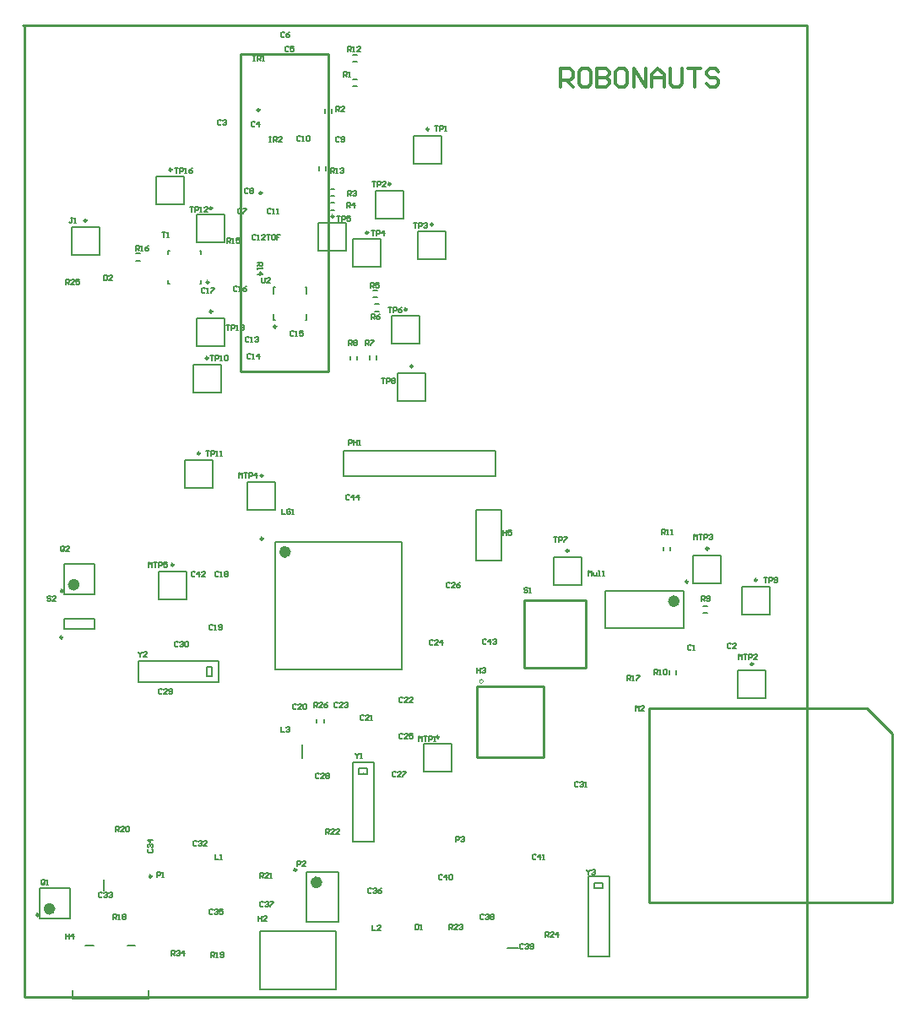
<source format=gto>
G04 Layer_Color=65535*
%FSLAX25Y25*%
%MOIN*%
G70*
G01*
G75*
%ADD48C,0.01000*%
%ADD49C,0.01200*%
%ADD60C,0.02362*%
%ADD61C,0.00984*%
%ADD62C,0.00200*%
%ADD63C,0.00787*%
%ADD64C,0.00500*%
D48*
X93900Y317600D02*
G03*
X93900Y317600I-500J0D01*
G01*
X93100Y350400D02*
G03*
X93100Y350400I-500J0D01*
G01*
X85600Y247000D02*
Y372600D01*
Y247000D02*
X120100D01*
Y372600D01*
X85600D02*
X120100D01*
X246826Y114100D02*
X332726D01*
X246826Y37600D02*
Y114100D01*
Y37600D02*
X342826D01*
Y104000D01*
X332726Y114100D02*
X342826Y104000D01*
X178888Y94717D02*
X205085D01*
X178888Y122902D02*
X205085D01*
Y94717D02*
Y122902D01*
X178888Y94717D02*
Y122902D01*
X197421Y130200D02*
X221920D01*
X197421D02*
Y156700D01*
X221920D01*
Y130200D02*
Y156700D01*
X0Y0D02*
Y383400D01*
X-400Y383800D02*
X0Y383400D01*
X-400Y383800D02*
X309100D01*
X309300Y383600D01*
Y0D02*
Y383600D01*
X0Y0D02*
X309300D01*
D49*
X211900Y359600D02*
Y366798D01*
X215499D01*
X216699Y365598D01*
Y363199D01*
X215499Y361999D01*
X211900D01*
X214299D02*
X216699Y359600D01*
X222696Y366798D02*
X220297D01*
X219098Y365598D01*
Y360800D01*
X220297Y359600D01*
X222696D01*
X223896Y360800D01*
Y365598D01*
X222696Y366798D01*
X226295D02*
Y359600D01*
X229894D01*
X231094Y360800D01*
Y361999D01*
X229894Y363199D01*
X226295D01*
X229894D01*
X231094Y364399D01*
Y365598D01*
X229894Y366798D01*
X226295D01*
X237092D02*
X234693D01*
X233493Y365598D01*
Y360800D01*
X234693Y359600D01*
X237092D01*
X238292Y360800D01*
Y365598D01*
X237092Y366798D01*
X240691Y359600D02*
Y366798D01*
X245489Y359600D01*
Y366798D01*
X247888Y359600D02*
Y364399D01*
X250288Y366798D01*
X252687Y364399D01*
Y359600D01*
Y363199D01*
X247888D01*
X255086Y366798D02*
Y360800D01*
X256286Y359600D01*
X258685D01*
X259885Y360800D01*
Y366798D01*
X262284D02*
X267082D01*
X264683D01*
Y359600D01*
X274280Y365598D02*
X273080Y366798D01*
X270681D01*
X269481Y365598D01*
Y364399D01*
X270681Y363199D01*
X273080D01*
X274280Y361999D01*
Y360800D01*
X273080Y359600D01*
X270681D01*
X269481Y360800D01*
D60*
X11216Y34935D02*
G03*
X11216Y34935I-1181J0D01*
G01*
X20816Y162935D02*
G03*
X20816Y162935I-1181J0D01*
G01*
X116619Y45406D02*
G03*
X116619Y45406I-1181J0D01*
G01*
X257795Y156447D02*
G03*
X257795Y156447I-1181J0D01*
G01*
X104220Y175861D02*
G03*
X104220Y175861I-1181J0D01*
G01*
D61*
X5787Y32523D02*
G03*
X5787Y32523I-492J0D01*
G01*
X135892Y301971D02*
G03*
X135892Y301971I-492J0D01*
G01*
X99587Y264845D02*
G03*
X99587Y264845I-492J0D01*
G01*
X58292Y326771D02*
G03*
X58292Y326771I-492J0D01*
G01*
X74292Y270771D02*
G03*
X74292Y270771I-492J0D01*
G01*
Y311571D02*
G03*
X74292Y311571I-492J0D01*
G01*
X69492Y214771D02*
G03*
X69492Y214771I-492J0D01*
G01*
X72692Y252371D02*
G03*
X72692Y252371I-492J0D01*
G01*
X289492Y164771D02*
G03*
X289492Y164771I-492J0D01*
G01*
X153492Y249171D02*
G03*
X153492Y249171I-492J0D01*
G01*
X215092Y176371D02*
G03*
X215092Y176371I-492J0D01*
G01*
X151092Y271571D02*
G03*
X151092Y271571I-492J0D01*
G01*
X122292Y308371D02*
G03*
X122292Y308371I-492J0D01*
G01*
X161492Y305171D02*
G03*
X161492Y305171I-492J0D01*
G01*
X144692Y321171D02*
G03*
X144692Y321171I-492J0D01*
G01*
X159892Y342771D02*
G03*
X159892Y342771I-492J0D01*
G01*
X72947Y282395D02*
G03*
X72947Y282395I-492J0D01*
G01*
X15205Y142087D02*
G03*
X15205Y142087I-492J0D01*
G01*
X15387Y160523D02*
G03*
X15387Y160523I-492J0D01*
G01*
X107564Y50346D02*
G03*
X107564Y50346I-492J0D01*
G01*
X50418Y47743D02*
G03*
X50418Y47743I-492J0D01*
G01*
X262224Y164124D02*
G03*
X262224Y164124I-492J0D01*
G01*
X94292Y205971D02*
G03*
X94292Y205971I-492J0D01*
G01*
X59092Y170771D02*
G03*
X59092Y170771I-492J0D01*
G01*
X270292Y177171D02*
G03*
X270292Y177171I-492J0D01*
G01*
X287892Y131571D02*
G03*
X287892Y131571I-492J0D01*
G01*
X163892Y102771D02*
G03*
X163892Y102771I-492J0D01*
G01*
X94377Y181078D02*
G03*
X94377Y181078I-492J0D01*
G01*
X24692Y306671D02*
G03*
X24692Y306671I-492J0D01*
G01*
D62*
X181312Y124760D02*
G03*
X181312Y124760I-742J0D01*
G01*
D63*
X18302Y30998D02*
Y43202D01*
X6098Y30998D02*
Y43202D01*
X18302D01*
X6098Y30998D02*
X18302D01*
X129888Y288388D02*
Y299412D01*
X129888Y288388D02*
X140912D01*
Y299412D01*
X129888Y299412D02*
X140912D01*
X186000Y205700D02*
Y215700D01*
X126000Y205700D02*
Y215700D01*
X186000D01*
X126000Y205700D02*
X186000D01*
X131478Y251713D02*
Y253287D01*
X128722Y251713D02*
Y253287D01*
X139178Y251913D02*
Y253487D01*
X136422Y251913D02*
Y253487D01*
X138613Y270922D02*
X140187D01*
X138613Y273678D02*
X140187D01*
X137813Y276522D02*
X139387D01*
X137813Y279278D02*
X139387D01*
X121013Y310922D02*
X122587D01*
X121013Y313678D02*
X122587D01*
X121013Y316522D02*
X122587D01*
X121013Y319278D02*
X122587D01*
X118822Y349113D02*
Y350687D01*
X121578Y349113D02*
Y350687D01*
X98504Y267404D02*
X98996D01*
X98504D02*
Y269865D01*
Y277935D02*
Y280396D01*
X98996D01*
X111004D02*
X111496D01*
Y277935D02*
Y280396D01*
X111004Y267404D02*
X111496D01*
Y269865D01*
X52288Y313188D02*
Y324212D01*
X52288Y313188D02*
X63312D01*
Y324212D01*
X52288Y324212D02*
X63312D01*
X68288Y257188D02*
Y268212D01*
X68288Y257188D02*
X79312D01*
Y268212D01*
X68288Y268212D02*
X79312D01*
X68288Y297988D02*
Y309012D01*
X68288Y297988D02*
X79312D01*
Y309012D01*
X68288Y309012D02*
X79312D01*
X63488Y201188D02*
Y212212D01*
X63488Y201188D02*
X74512D01*
Y212212D01*
X63488Y212212D02*
X74512D01*
X66688Y238788D02*
Y249812D01*
X66688Y238788D02*
X77712D01*
Y249812D01*
X66688Y249812D02*
X77712D01*
X283488Y151188D02*
Y162212D01*
X283488Y151188D02*
X294512D01*
Y162212D01*
X283488Y162212D02*
X294512D01*
X147488Y235588D02*
Y246612D01*
X147488Y235588D02*
X158512D01*
Y246612D01*
X147488Y246612D02*
X158512D01*
X209088Y162788D02*
Y173812D01*
X209088Y162788D02*
X220112D01*
Y173812D01*
X209088Y173812D02*
X220112D01*
X145088Y257988D02*
Y269012D01*
X145088Y257988D02*
X156112D01*
Y269012D01*
X145088Y269012D02*
X156112D01*
X116288Y294788D02*
Y305812D01*
X116288Y294788D02*
X127312D01*
Y305812D01*
X116288Y305812D02*
X127312D01*
X155488Y291588D02*
Y302612D01*
X155488Y291588D02*
X166512D01*
Y302612D01*
X155488Y302612D02*
X166512D01*
X138688Y307588D02*
Y318612D01*
X138688Y307588D02*
X149712D01*
Y318612D01*
X138688Y318612D02*
X149712D01*
X153888Y329188D02*
Y340212D01*
X153888Y329188D02*
X164912D01*
Y340212D01*
X153888Y340212D02*
X164912D01*
X69463Y294796D02*
X69896D01*
Y293379D02*
Y294796D01*
X56904D02*
X57337D01*
X56904Y293379D02*
Y294796D01*
Y281804D02*
Y283221D01*
Y281804D02*
X57337D01*
X69463D02*
X69896D01*
Y283221D01*
X15894Y149469D02*
X27705D01*
X15894Y145531D02*
X27705D01*
Y149469D01*
X15894Y145531D02*
Y149469D01*
X115622Y108313D02*
Y109887D01*
X118378Y108313D02*
Y109887D01*
X44213Y293678D02*
X45787D01*
X44213Y290922D02*
X45787D01*
X119178Y326400D02*
Y327975D01*
X116422Y326400D02*
Y327975D01*
X129813Y372078D02*
X131387D01*
X129813Y369322D02*
X131387D01*
X255178Y176313D02*
Y177887D01*
X252422Y176313D02*
Y177887D01*
X254822Y127513D02*
Y129087D01*
X257578Y127513D02*
Y129087D01*
X268213Y151722D02*
X269787D01*
X268213Y154478D02*
X269787D01*
X129813Y362478D02*
X131387D01*
X129813Y359722D02*
X131387D01*
X27902Y158998D02*
Y171202D01*
X15698Y158998D02*
Y171202D01*
X27902D01*
X15698Y158998D02*
X27902D01*
X111501Y29658D02*
X124099D01*
X111501Y49343D02*
X124099D01*
Y29658D02*
Y49343D01*
X111501Y29658D02*
Y49343D01*
X229449Y145817D02*
Y160383D01*
X260551Y145817D02*
Y160383D01*
X229449Y145817D02*
X260551D01*
X229449Y160383D02*
X260551D01*
X88288Y192388D02*
Y203412D01*
X88288Y192388D02*
X99312D01*
Y203412D01*
X88288Y203412D02*
X99312D01*
X53088Y157188D02*
Y168212D01*
X53088Y157188D02*
X64112D01*
Y168212D01*
X53088Y168212D02*
X64112D01*
X264288Y163588D02*
Y174612D01*
X264288Y163588D02*
X275312D01*
Y174612D01*
X264288Y174612D02*
X275312D01*
X281888Y117988D02*
Y129012D01*
X281888Y117988D02*
X292912D01*
Y129012D01*
X281888Y129012D02*
X292912D01*
X157888Y89188D02*
Y100212D01*
X157888Y89188D02*
X168912D01*
Y100212D01*
X157888Y100212D02*
X168912D01*
X99102Y129602D02*
Y179798D01*
X149298Y129602D02*
Y179798D01*
X99102D02*
X149298D01*
X99102Y129602D02*
X149298D01*
X109800Y94541D02*
Y99659D01*
X18688Y293088D02*
Y304112D01*
X18688Y293088D02*
X29712D01*
Y304112D01*
X18688Y304112D02*
X29712D01*
X178400Y172300D02*
X188400D01*
X178400D02*
Y192300D01*
X188400D01*
Y172300D02*
Y192300D01*
X190835Y19500D02*
X195165D01*
X31400Y42135D02*
Y46465D01*
D64*
X231000Y16200D02*
Y47500D01*
X226800Y43100D02*
X227000D01*
X226800Y45100D02*
X227000D01*
X225100Y43095D02*
X228652D01*
X225100D02*
Y45100D01*
X228652D01*
Y43095D02*
Y45100D01*
X222700Y16200D02*
Y47700D01*
Y16200D02*
X230800D01*
Y47700D02*
X231000Y47500D01*
X222700Y47700D02*
X230800D01*
X45200Y124400D02*
X76500D01*
X72100Y128400D02*
Y128600D01*
X74100Y128400D02*
Y128600D01*
X72095Y126748D02*
Y130300D01*
X74100D01*
Y126748D02*
Y130300D01*
X72095Y126748D02*
X74100D01*
X45200Y132700D02*
X76700D01*
X45200Y124600D02*
Y132700D01*
X76500Y124400D02*
X76700Y124600D01*
Y132700D01*
X138000Y61400D02*
Y92700D01*
X133800Y88300D02*
X134000D01*
X133800Y90300D02*
X134000D01*
X132100Y88295D02*
X135652D01*
X132100D02*
Y90300D01*
X135652D01*
Y88295D02*
Y90300D01*
X129700Y61400D02*
Y92900D01*
Y61400D02*
X137800D01*
Y92900D02*
X138000Y92700D01*
X129700Y92900D02*
X137800D01*
X49108Y-655D02*
Y2888D01*
X19186Y-655D02*
X49108D01*
X19186D02*
Y2888D01*
X40840Y20605D02*
X43990D01*
X24304D02*
X27454D01*
X123206Y3023D02*
Y26251D01*
X93285Y3023D02*
X123206D01*
X93285D02*
Y26251D01*
X123206D01*
X96700Y339699D02*
X97366D01*
X97033D01*
Y337700D01*
X96700D01*
X97366D01*
X98366D02*
Y339699D01*
X99366D01*
X99699Y339366D01*
Y338700D01*
X99366Y338366D01*
X98366D01*
X99033D02*
X99699Y337700D01*
X101698D02*
X100365D01*
X101698Y339033D01*
Y339366D01*
X101365Y339699D01*
X100699D01*
X100365Y339366D01*
X8233Y44733D02*
Y46066D01*
X7900Y46399D01*
X7233D01*
X6900Y46066D01*
Y44733D01*
X7233Y44400D01*
X7900D01*
X7566Y45066D02*
X8233Y44400D01*
X7900D02*
X8233Y44733D01*
X8899Y44400D02*
X9566D01*
X9233D01*
Y46399D01*
X8899Y46066D01*
X137000Y302799D02*
X138333D01*
X137666D01*
Y300800D01*
X138999D02*
Y302799D01*
X139999D01*
X140332Y302466D01*
Y301800D01*
X139999Y301466D01*
X138999D01*
X141998Y300800D02*
Y302799D01*
X140999Y301800D01*
X142332D01*
X128000Y218200D02*
Y220199D01*
X129000D01*
X129333Y219866D01*
Y219200D01*
X129000Y218866D01*
X128000D01*
X129999Y220199D02*
Y218200D01*
Y219200D01*
X131332D01*
Y220199D01*
Y218200D01*
X131999D02*
X132665D01*
X132332D01*
Y220199D01*
X131999Y219866D01*
X128200Y257600D02*
Y259599D01*
X129200D01*
X129533Y259266D01*
Y258600D01*
X129200Y258266D01*
X128200D01*
X128867D02*
X129533Y257600D01*
X130199Y259266D02*
X130533Y259599D01*
X131199D01*
X131532Y259266D01*
Y258933D01*
X131199Y258600D01*
X131532Y258266D01*
Y257933D01*
X131199Y257600D01*
X130533D01*
X130199Y257933D01*
Y258266D01*
X130533Y258600D01*
X130199Y258933D01*
Y259266D01*
X130533Y258600D02*
X131199D01*
X134800Y257400D02*
Y259399D01*
X135800D01*
X136133Y259066D01*
Y258400D01*
X135800Y258066D01*
X134800D01*
X135467D02*
X136133Y257400D01*
X136799Y259399D02*
X138132D01*
Y259066D01*
X136799Y257733D01*
Y257400D01*
X137300Y267800D02*
Y269799D01*
X138300D01*
X138633Y269466D01*
Y268800D01*
X138300Y268466D01*
X137300D01*
X137967D02*
X138633Y267800D01*
X140632Y269799D02*
X139966Y269466D01*
X139299Y268800D01*
Y268133D01*
X139633Y267800D01*
X140299D01*
X140632Y268133D01*
Y268466D01*
X140299Y268800D01*
X139299D01*
X136900Y280200D02*
Y282199D01*
X137900D01*
X138233Y281866D01*
Y281200D01*
X137900Y280866D01*
X136900D01*
X137566D02*
X138233Y280200D01*
X140232Y282199D02*
X138899D01*
Y281200D01*
X139566Y281533D01*
X139899D01*
X140232Y281200D01*
Y280533D01*
X139899Y280200D01*
X139233D01*
X138899Y280533D01*
X127500Y311700D02*
Y313699D01*
X128500D01*
X128833Y313366D01*
Y312700D01*
X128500Y312366D01*
X127500D01*
X128166D02*
X128833Y311700D01*
X130499D02*
Y313699D01*
X129499Y312700D01*
X130832D01*
X127700Y316300D02*
Y318299D01*
X128700D01*
X129033Y317966D01*
Y317300D01*
X128700Y316966D01*
X127700D01*
X128366D02*
X129033Y316300D01*
X129699Y317966D02*
X130033Y318299D01*
X130699D01*
X131032Y317966D01*
Y317633D01*
X130699Y317300D01*
X130366D01*
X130699D01*
X131032Y316966D01*
Y316633D01*
X130699Y316300D01*
X130033D01*
X129699Y316633D01*
X123000Y349900D02*
Y351899D01*
X124000D01*
X124333Y351566D01*
Y350900D01*
X124000Y350566D01*
X123000D01*
X123667D02*
X124333Y349900D01*
X126332D02*
X124999D01*
X126332Y351233D01*
Y351566D01*
X125999Y351899D01*
X125333D01*
X124999Y351566D01*
X241500Y113200D02*
Y115199D01*
X242166Y114533D01*
X242833Y115199D01*
Y113200D01*
X244832D02*
X243499D01*
X244832Y114533D01*
Y114866D01*
X244499Y115199D01*
X243833D01*
X243499Y114866D01*
X128433Y198266D02*
X128100Y198599D01*
X127433D01*
X127100Y198266D01*
Y196933D01*
X127433Y196600D01*
X128100D01*
X128433Y196933D01*
X130099Y196600D02*
Y198599D01*
X129099Y197600D01*
X130432D01*
X132098Y196600D02*
Y198599D01*
X131099Y197600D01*
X132432D01*
X182533Y141166D02*
X182200Y141499D01*
X181533D01*
X181200Y141166D01*
Y139833D01*
X181533Y139500D01*
X182200D01*
X182533Y139833D01*
X184199Y139500D02*
Y141499D01*
X183199Y140500D01*
X184532D01*
X185199Y141166D02*
X185532Y141499D01*
X186198D01*
X186532Y141166D01*
Y140833D01*
X186198Y140500D01*
X185865D01*
X186198D01*
X186532Y140166D01*
Y139833D01*
X186198Y139500D01*
X185532D01*
X185199Y139833D01*
X67433Y167866D02*
X67100Y168199D01*
X66433D01*
X66100Y167866D01*
Y166533D01*
X66433Y166200D01*
X67100D01*
X67433Y166533D01*
X69099Y166200D02*
Y168199D01*
X68099Y167200D01*
X69432D01*
X71432Y166200D02*
X70099D01*
X71432Y167533D01*
Y167866D01*
X71098Y168199D01*
X70432D01*
X70099Y167866D01*
X154400Y28899D02*
Y26900D01*
X155400D01*
X155733Y27233D01*
Y28566D01*
X155400Y28899D01*
X154400D01*
X156399Y26900D02*
X157066D01*
X156733D01*
Y28899D01*
X156399Y28566D01*
X222000Y50399D02*
Y50066D01*
X222666Y49400D01*
X223333Y50066D01*
Y50399D01*
X222666Y49400D02*
Y48400D01*
X223999Y50066D02*
X224333Y50399D01*
X224999D01*
X225332Y50066D01*
Y49733D01*
X224999Y49400D01*
X224666D01*
X224999D01*
X225332Y49066D01*
Y48733D01*
X224999Y48400D01*
X224333D01*
X223999Y48733D01*
X45300Y136299D02*
Y135966D01*
X45966Y135300D01*
X46633Y135966D01*
Y136299D01*
X45966Y135300D02*
Y134300D01*
X48632D02*
X47299D01*
X48632Y135633D01*
Y135966D01*
X48299Y136299D01*
X47633D01*
X47299Y135966D01*
X130800Y96299D02*
Y95966D01*
X131466Y95300D01*
X132133Y95966D01*
Y96299D01*
X131466Y95300D02*
Y94300D01*
X132799D02*
X133466D01*
X133133D01*
Y96299D01*
X132799Y95966D01*
X93800Y284199D02*
Y282533D01*
X94133Y282200D01*
X94800D01*
X95133Y282533D01*
Y284199D01*
X97132Y282200D02*
X95799D01*
X97132Y283533D01*
Y283866D01*
X96799Y284199D01*
X96133D01*
X95799Y283866D01*
X59600Y327399D02*
X60933D01*
X60266D01*
Y325400D01*
X61599D02*
Y327399D01*
X62599D01*
X62932Y327066D01*
Y326400D01*
X62599Y326066D01*
X61599D01*
X63599Y325400D02*
X64265D01*
X63932D01*
Y327399D01*
X63599Y327066D01*
X66598Y327399D02*
X65931Y327066D01*
X65265Y326400D01*
Y325733D01*
X65598Y325400D01*
X66264D01*
X66598Y325733D01*
Y326066D01*
X66264Y326400D01*
X65265D01*
X79900Y265399D02*
X81233D01*
X80566D01*
Y263400D01*
X81899D02*
Y265399D01*
X82899D01*
X83232Y265066D01*
Y264400D01*
X82899Y264066D01*
X81899D01*
X83899Y263400D02*
X84565D01*
X84232D01*
Y265399D01*
X83899Y265066D01*
X85565D02*
X85898Y265399D01*
X86564D01*
X86898Y265066D01*
Y264733D01*
X86564Y264400D01*
X86231D01*
X86564D01*
X86898Y264066D01*
Y263733D01*
X86564Y263400D01*
X85898D01*
X85565Y263733D01*
X65500Y312099D02*
X66833D01*
X66166D01*
Y310100D01*
X67499D02*
Y312099D01*
X68499D01*
X68832Y311766D01*
Y311100D01*
X68499Y310766D01*
X67499D01*
X69499Y310100D02*
X70165D01*
X69832D01*
Y312099D01*
X69499Y311766D01*
X72498Y310100D02*
X71165D01*
X72498Y311433D01*
Y311766D01*
X72164Y312099D01*
X71498D01*
X71165Y311766D01*
X71800Y215899D02*
X73133D01*
X72466D01*
Y213900D01*
X73799D02*
Y215899D01*
X74799D01*
X75132Y215566D01*
Y214900D01*
X74799Y214566D01*
X73799D01*
X75799Y213900D02*
X76465D01*
X76132D01*
Y215899D01*
X75799Y215566D01*
X77465Y213900D02*
X78131D01*
X77798D01*
Y215899D01*
X77465Y215566D01*
X73400Y253299D02*
X74733D01*
X74066D01*
Y251300D01*
X75399D02*
Y253299D01*
X76399D01*
X76732Y252966D01*
Y252300D01*
X76399Y251966D01*
X75399D01*
X77399Y251300D02*
X78065D01*
X77732D01*
Y253299D01*
X77399Y252966D01*
X79065D02*
X79398Y253299D01*
X80064D01*
X80398Y252966D01*
Y251633D01*
X80064Y251300D01*
X79398D01*
X79065Y251633D01*
Y252966D01*
X292300Y165799D02*
X293633D01*
X292966D01*
Y163800D01*
X294299D02*
Y165799D01*
X295299D01*
X295632Y165466D01*
Y164800D01*
X295299Y164467D01*
X294299D01*
X296299Y164133D02*
X296632Y163800D01*
X297298D01*
X297632Y164133D01*
Y165466D01*
X297298Y165799D01*
X296632D01*
X296299Y165466D01*
Y165133D01*
X296632Y164800D01*
X297632D01*
X141200Y244499D02*
X142533D01*
X141867D01*
Y242500D01*
X143199D02*
Y244499D01*
X144199D01*
X144532Y244166D01*
Y243500D01*
X144199Y243166D01*
X143199D01*
X145199Y244166D02*
X145532Y244499D01*
X146198D01*
X146532Y244166D01*
Y243833D01*
X146198Y243500D01*
X146532Y243166D01*
Y242833D01*
X146198Y242500D01*
X145532D01*
X145199Y242833D01*
Y243166D01*
X145532Y243500D01*
X145199Y243833D01*
Y244166D01*
X145532Y243500D02*
X146198D01*
X209200Y181899D02*
X210533D01*
X209866D01*
Y179900D01*
X211199D02*
Y181899D01*
X212199D01*
X212532Y181566D01*
Y180900D01*
X212199Y180567D01*
X211199D01*
X213199Y181899D02*
X214532D01*
Y181566D01*
X213199Y180233D01*
Y179900D01*
X143700Y272399D02*
X145033D01*
X144367D01*
Y270400D01*
X145699D02*
Y272399D01*
X146699D01*
X147032Y272066D01*
Y271400D01*
X146699Y271066D01*
X145699D01*
X149032Y272399D02*
X148365Y272066D01*
X147699Y271400D01*
Y270733D01*
X148032Y270400D01*
X148698D01*
X149032Y270733D01*
Y271066D01*
X148698Y271400D01*
X147699D01*
X123500Y308499D02*
X124833D01*
X124167D01*
Y306500D01*
X125499D02*
Y308499D01*
X126499D01*
X126832Y308166D01*
Y307500D01*
X126499Y307166D01*
X125499D01*
X128832Y308499D02*
X127499D01*
Y307500D01*
X128165Y307833D01*
X128498D01*
X128832Y307500D01*
Y306833D01*
X128498Y306500D01*
X127832D01*
X127499Y306833D01*
X153700Y305699D02*
X155033D01*
X154367D01*
Y303700D01*
X155699D02*
Y305699D01*
X156699D01*
X157032Y305366D01*
Y304700D01*
X156699Y304366D01*
X155699D01*
X157699Y305366D02*
X158032Y305699D01*
X158698D01*
X159032Y305366D01*
Y305033D01*
X158698Y304700D01*
X158365D01*
X158698D01*
X159032Y304366D01*
Y304033D01*
X158698Y303700D01*
X158032D01*
X157699Y304033D01*
X137500Y321999D02*
X138833D01*
X138166D01*
Y320000D01*
X139499D02*
Y321999D01*
X140499D01*
X140832Y321666D01*
Y321000D01*
X140499Y320666D01*
X139499D01*
X142832Y320000D02*
X141499D01*
X142832Y321333D01*
Y321666D01*
X142498Y321999D01*
X141832D01*
X141499Y321666D01*
X162300Y344099D02*
X163633D01*
X162967D01*
Y342100D01*
X164299D02*
Y344099D01*
X165299D01*
X165632Y343766D01*
Y343100D01*
X165299Y342766D01*
X164299D01*
X166299Y342100D02*
X166965D01*
X166632D01*
Y344099D01*
X166299Y343766D01*
X95700Y301099D02*
X97033D01*
X96366D01*
Y299100D01*
X98699Y301099D02*
X98033D01*
X97699Y300766D01*
Y299433D01*
X98033Y299100D01*
X98699D01*
X99032Y299433D01*
Y300766D01*
X98699Y301099D01*
X101032D02*
X99699D01*
Y300100D01*
X100365D01*
X99699D01*
Y299100D01*
X54500Y302199D02*
X55833D01*
X55166D01*
Y300200D01*
X56499D02*
X57166D01*
X56833D01*
Y302199D01*
X56499Y301866D01*
X10333Y157966D02*
X10000Y158299D01*
X9333D01*
X9000Y157966D01*
Y157633D01*
X9333Y157300D01*
X10000D01*
X10333Y156966D01*
Y156633D01*
X10000Y156300D01*
X9333D01*
X9000Y156633D01*
X12332Y156300D02*
X10999D01*
X12332Y157633D01*
Y157966D01*
X11999Y158299D01*
X11333D01*
X10999Y157966D01*
X58100Y16300D02*
Y18299D01*
X59100D01*
X59433Y17966D01*
Y17300D01*
X59100Y16966D01*
X58100D01*
X58766D02*
X59433Y16300D01*
X60099Y17966D02*
X60433Y18299D01*
X61099D01*
X61432Y17966D01*
Y17633D01*
X61099Y17300D01*
X60766D01*
X61099D01*
X61432Y16966D01*
Y16633D01*
X61099Y16300D01*
X60433D01*
X60099Y16633D01*
X63098Y16300D02*
Y18299D01*
X62099Y17300D01*
X63432D01*
X114500Y114300D02*
Y116299D01*
X115500D01*
X115833Y115966D01*
Y115300D01*
X115500Y114966D01*
X114500D01*
X115166D02*
X115833Y114300D01*
X117832D02*
X116499D01*
X117832Y115633D01*
Y115966D01*
X117499Y116299D01*
X116833D01*
X116499Y115966D01*
X119832Y116299D02*
X119165Y115966D01*
X118499Y115300D01*
Y114633D01*
X118832Y114300D01*
X119498D01*
X119832Y114633D01*
Y114966D01*
X119498Y115300D01*
X118499D01*
X16500Y281600D02*
Y283599D01*
X17500D01*
X17833Y283266D01*
Y282600D01*
X17500Y282266D01*
X16500D01*
X17166D02*
X17833Y281600D01*
X19832D02*
X18499D01*
X19832Y282933D01*
Y283266D01*
X19499Y283599D01*
X18833D01*
X18499Y283266D01*
X21832Y283599D02*
X20499D01*
Y282600D01*
X21165Y282933D01*
X21498D01*
X21832Y282600D01*
Y281933D01*
X21498Y281600D01*
X20832D01*
X20499Y281933D01*
X205900Y23900D02*
Y25899D01*
X206900D01*
X207233Y25566D01*
Y24900D01*
X206900Y24566D01*
X205900D01*
X206566D02*
X207233Y23900D01*
X209232D02*
X207899D01*
X209232Y25233D01*
Y25566D01*
X208899Y25899D01*
X208233D01*
X207899Y25566D01*
X210898Y23900D02*
Y25899D01*
X209899Y24900D01*
X211232D01*
X167900Y26800D02*
Y28799D01*
X168900D01*
X169233Y28466D01*
Y27800D01*
X168900Y27466D01*
X167900D01*
X168567D02*
X169233Y26800D01*
X171232D02*
X169899D01*
X171232Y28133D01*
Y28466D01*
X170899Y28799D01*
X170233D01*
X169899Y28466D01*
X171899D02*
X172232Y28799D01*
X172898D01*
X173232Y28466D01*
Y28133D01*
X172898Y27800D01*
X172565D01*
X172898D01*
X173232Y27466D01*
Y27133D01*
X172898Y26800D01*
X172232D01*
X171899Y27133D01*
X119300Y64600D02*
Y66599D01*
X120300D01*
X120633Y66266D01*
Y65600D01*
X120300Y65266D01*
X119300D01*
X119966D02*
X120633Y64600D01*
X122632D02*
X121299D01*
X122632Y65933D01*
Y66266D01*
X122299Y66599D01*
X121633D01*
X121299Y66266D01*
X124632Y64600D02*
X123299D01*
X124632Y65933D01*
Y66266D01*
X124298Y66599D01*
X123632D01*
X123299Y66266D01*
X93100Y47100D02*
Y49099D01*
X94100D01*
X94433Y48766D01*
Y48100D01*
X94100Y47766D01*
X93100D01*
X93766D02*
X94433Y47100D01*
X96432D02*
X95099D01*
X96432Y48433D01*
Y48766D01*
X96099Y49099D01*
X95433D01*
X95099Y48766D01*
X97099Y47100D02*
X97765D01*
X97432D01*
Y49099D01*
X97099Y48766D01*
X36200Y65400D02*
Y67399D01*
X37200D01*
X37533Y67066D01*
Y66400D01*
X37200Y66066D01*
X36200D01*
X36866D02*
X37533Y65400D01*
X39532D02*
X38199D01*
X39532Y66733D01*
Y67066D01*
X39199Y67399D01*
X38533D01*
X38199Y67066D01*
X40199D02*
X40532Y67399D01*
X41198D01*
X41532Y67066D01*
Y65733D01*
X41198Y65400D01*
X40532D01*
X40199Y65733D01*
Y67066D01*
X73800Y15800D02*
Y17799D01*
X74800D01*
X75133Y17466D01*
Y16800D01*
X74800Y16466D01*
X73800D01*
X74466D02*
X75133Y15800D01*
X75799D02*
X76466D01*
X76133D01*
Y17799D01*
X75799Y17466D01*
X77465Y16133D02*
X77799Y15800D01*
X78465D01*
X78798Y16133D01*
Y17466D01*
X78465Y17799D01*
X77799D01*
X77465Y17466D01*
Y17133D01*
X77799Y16800D01*
X78798D01*
X35100Y30700D02*
Y32699D01*
X36100D01*
X36433Y32366D01*
Y31700D01*
X36100Y31366D01*
X35100D01*
X35766D02*
X36433Y30700D01*
X37099D02*
X37766D01*
X37433D01*
Y32699D01*
X37099Y32366D01*
X38765D02*
X39099Y32699D01*
X39765D01*
X40098Y32366D01*
Y32033D01*
X39765Y31700D01*
X40098Y31366D01*
Y31033D01*
X39765Y30700D01*
X39099D01*
X38765Y31033D01*
Y31366D01*
X39099Y31700D01*
X38765Y32033D01*
Y32366D01*
X39099Y31700D02*
X39765D01*
X238200Y125200D02*
Y127199D01*
X239200D01*
X239533Y126866D01*
Y126200D01*
X239200Y125866D01*
X238200D01*
X238866D02*
X239533Y125200D01*
X240199D02*
X240866D01*
X240533D01*
Y127199D01*
X240199Y126866D01*
X241865Y127199D02*
X243198D01*
Y126866D01*
X241865Y125533D01*
Y125200D01*
X44100Y294800D02*
Y296799D01*
X45100D01*
X45433Y296466D01*
Y295800D01*
X45100Y295466D01*
X44100D01*
X44766D02*
X45433Y294800D01*
X46099D02*
X46766D01*
X46433D01*
Y296799D01*
X46099Y296466D01*
X49098Y296799D02*
X48432Y296466D01*
X47765Y295800D01*
Y295133D01*
X48099Y294800D01*
X48765D01*
X49098Y295133D01*
Y295466D01*
X48765Y295800D01*
X47765D01*
X80000Y297900D02*
Y299899D01*
X81000D01*
X81333Y299566D01*
Y298900D01*
X81000Y298566D01*
X80000D01*
X80666D02*
X81333Y297900D01*
X81999D02*
X82666D01*
X82333D01*
Y299899D01*
X81999Y299566D01*
X84998Y299899D02*
X83666D01*
Y298900D01*
X84332Y299233D01*
X84665D01*
X84998Y298900D01*
Y298233D01*
X84665Y297900D01*
X83999D01*
X83666Y298233D01*
X92000Y290100D02*
X93999D01*
Y289100D01*
X93666Y288767D01*
X93000D01*
X92666Y289100D01*
Y290100D01*
Y289434D02*
X92000Y288767D01*
Y288101D02*
Y287434D01*
Y287767D01*
X93999D01*
X93666Y288101D01*
X92000Y285435D02*
X93999D01*
X93000Y286435D01*
Y285102D01*
X121000Y325400D02*
Y327399D01*
X122000D01*
X122333Y327066D01*
Y326400D01*
X122000Y326066D01*
X121000D01*
X121667D02*
X122333Y325400D01*
X122999D02*
X123666D01*
X123333D01*
Y327399D01*
X122999Y327066D01*
X124665D02*
X124999Y327399D01*
X125665D01*
X125998Y327066D01*
Y326733D01*
X125665Y326400D01*
X125332D01*
X125665D01*
X125998Y326066D01*
Y325733D01*
X125665Y325400D01*
X124999D01*
X124665Y325733D01*
X127900Y373300D02*
Y375299D01*
X128900D01*
X129233Y374966D01*
Y374300D01*
X128900Y373966D01*
X127900D01*
X128567D02*
X129233Y373300D01*
X129899D02*
X130566D01*
X130233D01*
Y375299D01*
X129899Y374966D01*
X132898Y373300D02*
X131565D01*
X132898Y374633D01*
Y374966D01*
X132565Y375299D01*
X131899D01*
X131565Y374966D01*
X251900Y182900D02*
Y184899D01*
X252900D01*
X253233Y184566D01*
Y183900D01*
X252900Y183566D01*
X251900D01*
X252566D02*
X253233Y182900D01*
X253899D02*
X254566D01*
X254233D01*
Y184899D01*
X253899Y184566D01*
X255566Y182900D02*
X256232D01*
X255899D01*
Y184899D01*
X255566Y184566D01*
X248900Y127600D02*
Y129599D01*
X249900D01*
X250233Y129266D01*
Y128600D01*
X249900Y128267D01*
X248900D01*
X249566D02*
X250233Y127600D01*
X250899D02*
X251566D01*
X251233D01*
Y129599D01*
X250899Y129266D01*
X252566D02*
X252899Y129599D01*
X253565D01*
X253898Y129266D01*
Y127933D01*
X253565Y127600D01*
X252899D01*
X252566Y127933D01*
Y129266D01*
X267600Y156400D02*
Y158399D01*
X268600D01*
X268933Y158066D01*
Y157400D01*
X268600Y157067D01*
X267600D01*
X268266D02*
X268933Y156400D01*
X269599Y156733D02*
X269933Y156400D01*
X270599D01*
X270932Y156733D01*
Y158066D01*
X270599Y158399D01*
X269933D01*
X269599Y158066D01*
Y157733D01*
X269933Y157400D01*
X270932D01*
X126100Y363500D02*
Y365499D01*
X127100D01*
X127433Y365166D01*
Y364500D01*
X127100Y364166D01*
X126100D01*
X126767D02*
X127433Y363500D01*
X128099D02*
X128766D01*
X128433D01*
Y365499D01*
X128099Y365166D01*
X15733Y176333D02*
Y177666D01*
X15400Y177999D01*
X14733D01*
X14400Y177666D01*
Y176333D01*
X14733Y176000D01*
X15400D01*
X15067Y176666D02*
X15733Y176000D01*
X15400D02*
X15733Y176333D01*
X17732Y176000D02*
X16399D01*
X17732Y177333D01*
Y177666D01*
X17399Y177999D01*
X16733D01*
X16399Y177666D01*
X170400Y61500D02*
Y63499D01*
X171400D01*
X171733Y63166D01*
Y62500D01*
X171400Y62166D01*
X170400D01*
X172399Y63166D02*
X172733Y63499D01*
X173399D01*
X173732Y63166D01*
Y62833D01*
X173399Y62500D01*
X173066D01*
X173399D01*
X173732Y62166D01*
Y61833D01*
X173399Y61500D01*
X172733D01*
X172399Y61833D01*
X107900Y51900D02*
Y53899D01*
X108900D01*
X109233Y53566D01*
Y52900D01*
X108900Y52566D01*
X107900D01*
X111232Y51900D02*
X109899D01*
X111232Y53233D01*
Y53566D01*
X110899Y53899D01*
X110233D01*
X109899Y53566D01*
X52400Y47500D02*
Y49499D01*
X53400D01*
X53733Y49166D01*
Y48500D01*
X53400Y48166D01*
X52400D01*
X54399Y47500D02*
X55066D01*
X54733D01*
Y49499D01*
X54399Y49166D01*
X222800Y166600D02*
Y168599D01*
X223466Y167933D01*
X224133Y168599D01*
Y166600D01*
X224799Y167933D02*
Y166933D01*
X225133Y166600D01*
X226132D01*
Y167933D01*
X226799Y166600D02*
X227465D01*
X227132D01*
Y168599D01*
X226799D01*
X228465Y166600D02*
X229131D01*
X228798D01*
Y168599D01*
X228465Y168266D01*
X84900Y205100D02*
Y207099D01*
X85566Y206433D01*
X86233Y207099D01*
Y205100D01*
X86899Y207099D02*
X88232D01*
X87566D01*
Y205100D01*
X88899D02*
Y207099D01*
X89898D01*
X90232Y206766D01*
Y206100D01*
X89898Y205766D01*
X88899D01*
X91898Y205100D02*
Y207099D01*
X90898Y206100D01*
X92231D01*
X49200Y169900D02*
Y171899D01*
X49866Y171233D01*
X50533Y171899D01*
Y169900D01*
X51199Y171899D02*
X52532D01*
X51866D01*
Y169900D01*
X53199D02*
Y171899D01*
X54198D01*
X54532Y171566D01*
Y170900D01*
X54198Y170566D01*
X53199D01*
X56531Y171899D02*
X55198D01*
Y170900D01*
X55865Y171233D01*
X56198D01*
X56531Y170900D01*
Y170233D01*
X56198Y169900D01*
X55531D01*
X55198Y170233D01*
X264400Y180700D02*
Y182699D01*
X265066Y182033D01*
X265733Y182699D01*
Y180700D01*
X266399Y182699D02*
X267732D01*
X267066D01*
Y180700D01*
X268399D02*
Y182699D01*
X269398D01*
X269732Y182366D01*
Y181700D01*
X269398Y181367D01*
X268399D01*
X270398Y182366D02*
X270731Y182699D01*
X271398D01*
X271731Y182366D01*
Y182033D01*
X271398Y181700D01*
X271064D01*
X271398D01*
X271731Y181367D01*
Y181033D01*
X271398Y180700D01*
X270731D01*
X270398Y181033D01*
X282000Y133300D02*
Y135299D01*
X282666Y134633D01*
X283333Y135299D01*
Y133300D01*
X283999Y135299D02*
X285332D01*
X284666D01*
Y133300D01*
X285999D02*
Y135299D01*
X286998D01*
X287332Y134966D01*
Y134300D01*
X286998Y133967D01*
X285999D01*
X289331Y133300D02*
X287998D01*
X289331Y134633D01*
Y134966D01*
X288998Y135299D01*
X288331D01*
X287998Y134966D01*
X155700Y101100D02*
Y103099D01*
X156367Y102433D01*
X157033Y103099D01*
Y101100D01*
X157699Y103099D02*
X159032D01*
X158366D01*
Y101100D01*
X159699D02*
Y103099D01*
X160698D01*
X161032Y102766D01*
Y102100D01*
X160698Y101766D01*
X159699D01*
X161698Y101100D02*
X162364D01*
X162031D01*
Y103099D01*
X161698Y102766D01*
X101700Y192899D02*
Y190900D01*
X103033D01*
X105032Y192566D02*
X104699Y192899D01*
X104033D01*
X103699Y192566D01*
Y191233D01*
X104033Y190900D01*
X104699D01*
X105032Y191233D01*
Y191900D01*
X104366D01*
X105699Y190900D02*
X106365D01*
X106032D01*
Y192899D01*
X105699Y192566D01*
X101400Y106699D02*
Y104700D01*
X102733D01*
X103399Y106366D02*
X103733Y106699D01*
X104399D01*
X104732Y106366D01*
Y106033D01*
X104399Y105700D01*
X104066D01*
X104399D01*
X104732Y105367D01*
Y105033D01*
X104399Y104700D01*
X103733D01*
X103399Y105033D01*
X137500Y28399D02*
Y26400D01*
X138833D01*
X140832D02*
X139499D01*
X140832Y27733D01*
Y28066D01*
X140499Y28399D01*
X139833D01*
X139499Y28066D01*
X75500Y56299D02*
Y54300D01*
X76833D01*
X77499D02*
X78166D01*
X77833D01*
Y56299D01*
X77499Y55966D01*
X19133Y307699D02*
X18466D01*
X18800D01*
Y306033D01*
X18466Y305700D01*
X18133D01*
X17800Y306033D01*
X19799Y305700D02*
X20466D01*
X20133D01*
Y307699D01*
X19799Y307366D01*
X90600Y371899D02*
X91266D01*
X90933D01*
Y369900D01*
X90600D01*
X91266D01*
X92266D02*
Y371899D01*
X93266D01*
X93599Y371566D01*
Y370900D01*
X93266Y370566D01*
X92266D01*
X92933D02*
X93599Y369900D01*
X94266D02*
X94932D01*
X94599D01*
Y371899D01*
X94266Y371566D01*
X16600Y24999D02*
Y23000D01*
Y24000D01*
X17933D01*
Y24999D01*
Y23000D01*
X19599D02*
Y24999D01*
X18599Y24000D01*
X19932D01*
X178900Y130099D02*
Y128100D01*
Y129100D01*
X180233D01*
Y130099D01*
Y128100D01*
X180899Y129766D02*
X181233Y130099D01*
X181899D01*
X182232Y129766D01*
Y129433D01*
X181899Y129100D01*
X181566D01*
X181899D01*
X182232Y128767D01*
Y128433D01*
X181899Y128100D01*
X181233D01*
X180899Y128433D01*
X92500Y32199D02*
Y30200D01*
Y31200D01*
X93833D01*
Y32199D01*
Y30200D01*
X95832D02*
X94499D01*
X95832Y31533D01*
Y31866D01*
X95499Y32199D01*
X94833D01*
X94499Y31866D01*
X31600Y285099D02*
Y283100D01*
X32600D01*
X32933Y283433D01*
Y284766D01*
X32600Y285099D01*
X31600D01*
X34932Y283100D02*
X33599D01*
X34932Y284433D01*
Y284766D01*
X34599Y285099D01*
X33933D01*
X33599Y284766D01*
X189000Y184499D02*
Y182500D01*
Y183500D01*
X190333D01*
Y184499D01*
Y182500D01*
X192332Y184499D02*
X190999D01*
Y183500D01*
X191666Y183833D01*
X191999D01*
X192332Y183500D01*
Y182833D01*
X191999Y182500D01*
X191333D01*
X190999Y182833D01*
X202033Y56066D02*
X201700Y56399D01*
X201033D01*
X200700Y56066D01*
Y54733D01*
X201033Y54400D01*
X201700D01*
X202033Y54733D01*
X203699Y54400D02*
Y56399D01*
X202699Y55400D01*
X204032D01*
X204699Y54400D02*
X205365D01*
X205032D01*
Y56399D01*
X204699Y56066D01*
X165233Y48066D02*
X164900Y48399D01*
X164233D01*
X163900Y48066D01*
Y46733D01*
X164233Y46400D01*
X164900D01*
X165233Y46733D01*
X166899Y46400D02*
Y48399D01*
X165899Y47400D01*
X167232D01*
X167899Y48066D02*
X168232Y48399D01*
X168898D01*
X169232Y48066D01*
Y46733D01*
X168898Y46400D01*
X168232D01*
X167899Y46733D01*
Y48066D01*
X197233Y20666D02*
X196900Y20999D01*
X196233D01*
X195900Y20666D01*
Y19333D01*
X196233Y19000D01*
X196900D01*
X197233Y19333D01*
X197899Y20666D02*
X198233Y20999D01*
X198899D01*
X199232Y20666D01*
Y20333D01*
X198899Y20000D01*
X198566D01*
X198899D01*
X199232Y19667D01*
Y19333D01*
X198899Y19000D01*
X198233D01*
X197899Y19333D01*
X199899D02*
X200232Y19000D01*
X200898D01*
X201232Y19333D01*
Y20666D01*
X200898Y20999D01*
X200232D01*
X199899Y20666D01*
Y20333D01*
X200232Y20000D01*
X201232D01*
X181533Y32366D02*
X181200Y32699D01*
X180533D01*
X180200Y32366D01*
Y31033D01*
X180533Y30700D01*
X181200D01*
X181533Y31033D01*
X182199Y32366D02*
X182533Y32699D01*
X183199D01*
X183532Y32366D01*
Y32033D01*
X183199Y31700D01*
X182866D01*
X183199D01*
X183532Y31366D01*
Y31033D01*
X183199Y30700D01*
X182533D01*
X182199Y31033D01*
X184199Y32366D02*
X184532Y32699D01*
X185198D01*
X185532Y32366D01*
Y32033D01*
X185198Y31700D01*
X185532Y31366D01*
Y31033D01*
X185198Y30700D01*
X184532D01*
X184199Y31033D01*
Y31366D01*
X184532Y31700D01*
X184199Y32033D01*
Y32366D01*
X184532Y31700D02*
X185198D01*
X94433Y37566D02*
X94100Y37899D01*
X93433D01*
X93100Y37566D01*
Y36233D01*
X93433Y35900D01*
X94100D01*
X94433Y36233D01*
X95099Y37566D02*
X95433Y37899D01*
X96099D01*
X96432Y37566D01*
Y37233D01*
X96099Y36900D01*
X95766D01*
X96099D01*
X96432Y36566D01*
Y36233D01*
X96099Y35900D01*
X95433D01*
X95099Y36233D01*
X97099Y37899D02*
X98432D01*
Y37566D01*
X97099Y36233D01*
Y35900D01*
X137233Y42866D02*
X136900Y43199D01*
X136233D01*
X135900Y42866D01*
Y41533D01*
X136233Y41200D01*
X136900D01*
X137233Y41533D01*
X137899Y42866D02*
X138233Y43199D01*
X138899D01*
X139232Y42866D01*
Y42533D01*
X138899Y42200D01*
X138566D01*
X138899D01*
X139232Y41866D01*
Y41533D01*
X138899Y41200D01*
X138233D01*
X137899Y41533D01*
X141232Y43199D02*
X140565Y42866D01*
X139899Y42200D01*
Y41533D01*
X140232Y41200D01*
X140898D01*
X141232Y41533D01*
Y41866D01*
X140898Y42200D01*
X139899D01*
X74633Y34366D02*
X74300Y34699D01*
X73633D01*
X73300Y34366D01*
Y33033D01*
X73633Y32700D01*
X74300D01*
X74633Y33033D01*
X75299Y34366D02*
X75633Y34699D01*
X76299D01*
X76632Y34366D01*
Y34033D01*
X76299Y33700D01*
X75966D01*
X76299D01*
X76632Y33366D01*
Y33033D01*
X76299Y32700D01*
X75633D01*
X75299Y33033D01*
X78632Y34699D02*
X77299D01*
Y33700D01*
X77965Y34033D01*
X78298D01*
X78632Y33700D01*
Y33033D01*
X78298Y32700D01*
X77632D01*
X77299Y33033D01*
X49034Y58533D02*
X48701Y58200D01*
Y57533D01*
X49034Y57200D01*
X50367D01*
X50700Y57533D01*
Y58200D01*
X50367Y58533D01*
X49034Y59199D02*
X48701Y59533D01*
Y60199D01*
X49034Y60532D01*
X49367D01*
X49700Y60199D01*
Y59866D01*
Y60199D01*
X50034Y60532D01*
X50367D01*
X50700Y60199D01*
Y59533D01*
X50367Y59199D01*
X50700Y62198D02*
X48701D01*
X49700Y61199D01*
Y62532D01*
X30933Y41266D02*
X30600Y41599D01*
X29933D01*
X29600Y41266D01*
Y39933D01*
X29933Y39600D01*
X30600D01*
X30933Y39933D01*
X31599Y41266D02*
X31933Y41599D01*
X32599D01*
X32932Y41266D01*
Y40933D01*
X32599Y40600D01*
X32266D01*
X32599D01*
X32932Y40266D01*
Y39933D01*
X32599Y39600D01*
X31933D01*
X31599Y39933D01*
X33599Y41266D02*
X33932Y41599D01*
X34598D01*
X34932Y41266D01*
Y40933D01*
X34598Y40600D01*
X34265D01*
X34598D01*
X34932Y40266D01*
Y39933D01*
X34598Y39600D01*
X33932D01*
X33599Y39933D01*
X68133Y61366D02*
X67800Y61699D01*
X67133D01*
X66800Y61366D01*
Y60033D01*
X67133Y59700D01*
X67800D01*
X68133Y60033D01*
X68799Y61366D02*
X69133Y61699D01*
X69799D01*
X70132Y61366D01*
Y61033D01*
X69799Y60700D01*
X69466D01*
X69799D01*
X70132Y60366D01*
Y60033D01*
X69799Y59700D01*
X69133D01*
X68799Y60033D01*
X72132Y59700D02*
X70799D01*
X72132Y61033D01*
Y61366D01*
X71798Y61699D01*
X71132D01*
X70799Y61366D01*
X218833Y84866D02*
X218500Y85199D01*
X217833D01*
X217500Y84866D01*
Y83533D01*
X217833Y83200D01*
X218500D01*
X218833Y83533D01*
X219499Y84866D02*
X219833Y85199D01*
X220499D01*
X220832Y84866D01*
Y84533D01*
X220499Y84200D01*
X220166D01*
X220499D01*
X220832Y83866D01*
Y83533D01*
X220499Y83200D01*
X219833D01*
X219499Y83533D01*
X221499Y83200D02*
X222165D01*
X221832D01*
Y85199D01*
X221499Y84866D01*
X60833Y140166D02*
X60500Y140499D01*
X59833D01*
X59500Y140166D01*
Y138833D01*
X59833Y138500D01*
X60500D01*
X60833Y138833D01*
X61499Y140166D02*
X61833Y140499D01*
X62499D01*
X62832Y140166D01*
Y139833D01*
X62499Y139500D01*
X62166D01*
X62499D01*
X62832Y139166D01*
Y138833D01*
X62499Y138500D01*
X61833D01*
X61499Y138833D01*
X63499Y140166D02*
X63832Y140499D01*
X64498D01*
X64832Y140166D01*
Y138833D01*
X64498Y138500D01*
X63832D01*
X63499Y138833D01*
Y140166D01*
X54633Y121566D02*
X54300Y121899D01*
X53633D01*
X53300Y121566D01*
Y120233D01*
X53633Y119900D01*
X54300D01*
X54633Y120233D01*
X56632Y119900D02*
X55299D01*
X56632Y121233D01*
Y121566D01*
X56299Y121899D01*
X55633D01*
X55299Y121566D01*
X57299Y120233D02*
X57632Y119900D01*
X58298D01*
X58632Y120233D01*
Y121566D01*
X58298Y121899D01*
X57632D01*
X57299Y121566D01*
Y121233D01*
X57632Y120900D01*
X58632D01*
X116433Y88166D02*
X116100Y88499D01*
X115433D01*
X115100Y88166D01*
Y86833D01*
X115433Y86500D01*
X116100D01*
X116433Y86833D01*
X118432Y86500D02*
X117099D01*
X118432Y87833D01*
Y88166D01*
X118099Y88499D01*
X117433D01*
X117099Y88166D01*
X119099D02*
X119432Y88499D01*
X120098D01*
X120432Y88166D01*
Y87833D01*
X120098Y87500D01*
X120432Y87166D01*
Y86833D01*
X120098Y86500D01*
X119432D01*
X119099Y86833D01*
Y87166D01*
X119432Y87500D01*
X119099Y87833D01*
Y88166D01*
X119432Y87500D02*
X120098D01*
X146733Y88866D02*
X146400Y89199D01*
X145733D01*
X145400Y88866D01*
Y87533D01*
X145733Y87200D01*
X146400D01*
X146733Y87533D01*
X148732Y87200D02*
X147399D01*
X148732Y88533D01*
Y88866D01*
X148399Y89199D01*
X147733D01*
X147399Y88866D01*
X149399Y89199D02*
X150732D01*
Y88866D01*
X149399Y87533D01*
Y87200D01*
X168133Y163566D02*
X167800Y163899D01*
X167133D01*
X166800Y163566D01*
Y162233D01*
X167133Y161900D01*
X167800D01*
X168133Y162233D01*
X170132Y161900D02*
X168799D01*
X170132Y163233D01*
Y163566D01*
X169799Y163899D01*
X169133D01*
X168799Y163566D01*
X172132Y163899D02*
X171465Y163566D01*
X170799Y162900D01*
Y162233D01*
X171132Y161900D01*
X171798D01*
X172132Y162233D01*
Y162566D01*
X171798Y162900D01*
X170799D01*
X149333Y103666D02*
X149000Y103999D01*
X148333D01*
X148000Y103666D01*
Y102333D01*
X148333Y102000D01*
X149000D01*
X149333Y102333D01*
X151332Y102000D02*
X149999D01*
X151332Y103333D01*
Y103666D01*
X150999Y103999D01*
X150333D01*
X149999Y103666D01*
X153332Y103999D02*
X151999D01*
Y103000D01*
X152665Y103333D01*
X152998D01*
X153332Y103000D01*
Y102333D01*
X152998Y102000D01*
X152332D01*
X151999Y102333D01*
X161633Y140766D02*
X161300Y141099D01*
X160633D01*
X160300Y140766D01*
Y139433D01*
X160633Y139100D01*
X161300D01*
X161633Y139433D01*
X163632Y139100D02*
X162299D01*
X163632Y140433D01*
Y140766D01*
X163299Y141099D01*
X162633D01*
X162299Y140766D01*
X165298Y139100D02*
Y141099D01*
X164299Y140100D01*
X165632D01*
X123733Y115966D02*
X123400Y116299D01*
X122733D01*
X122400Y115966D01*
Y114633D01*
X122733Y114300D01*
X123400D01*
X123733Y114633D01*
X125732Y114300D02*
X124399D01*
X125732Y115633D01*
Y115966D01*
X125399Y116299D01*
X124733D01*
X124399Y115966D01*
X126399D02*
X126732Y116299D01*
X127398D01*
X127732Y115966D01*
Y115633D01*
X127398Y115300D01*
X127065D01*
X127398D01*
X127732Y114966D01*
Y114633D01*
X127398Y114300D01*
X126732D01*
X126399Y114633D01*
X149633Y118266D02*
X149300Y118599D01*
X148633D01*
X148300Y118266D01*
Y116933D01*
X148633Y116600D01*
X149300D01*
X149633Y116933D01*
X151632Y116600D02*
X150299D01*
X151632Y117933D01*
Y118266D01*
X151299Y118599D01*
X150633D01*
X150299Y118266D01*
X153632Y116600D02*
X152299D01*
X153632Y117933D01*
Y118266D01*
X153298Y118599D01*
X152632D01*
X152299Y118266D01*
X134133Y111066D02*
X133800Y111399D01*
X133133D01*
X132800Y111066D01*
Y109733D01*
X133133Y109400D01*
X133800D01*
X134133Y109733D01*
X136132Y109400D02*
X134799D01*
X136132Y110733D01*
Y111066D01*
X135799Y111399D01*
X135133D01*
X134799Y111066D01*
X136799Y109400D02*
X137465D01*
X137132D01*
Y111399D01*
X136799Y111066D01*
X107533Y115566D02*
X107200Y115899D01*
X106533D01*
X106200Y115566D01*
Y114233D01*
X106533Y113900D01*
X107200D01*
X107533Y114233D01*
X109532Y113900D02*
X108199D01*
X109532Y115233D01*
Y115566D01*
X109199Y115899D01*
X108533D01*
X108199Y115566D01*
X110199D02*
X110532Y115899D01*
X111198D01*
X111532Y115566D01*
Y114233D01*
X111198Y113900D01*
X110532D01*
X110199Y114233D01*
Y115566D01*
X74333Y146666D02*
X74000Y146999D01*
X73333D01*
X73000Y146666D01*
Y145333D01*
X73333Y145000D01*
X74000D01*
X74333Y145333D01*
X74999Y145000D02*
X75666D01*
X75333D01*
Y146999D01*
X74999Y146666D01*
X76666Y145333D02*
X76999Y145000D01*
X77665D01*
X77998Y145333D01*
Y146666D01*
X77665Y146999D01*
X76999D01*
X76666Y146666D01*
Y146333D01*
X76999Y146000D01*
X77998D01*
X76833Y167866D02*
X76500Y168199D01*
X75833D01*
X75500Y167866D01*
Y166533D01*
X75833Y166200D01*
X76500D01*
X76833Y166533D01*
X77499Y166200D02*
X78166D01*
X77833D01*
Y168199D01*
X77499Y167866D01*
X79166D02*
X79499Y168199D01*
X80165D01*
X80498Y167866D01*
Y167533D01*
X80165Y167200D01*
X80498Y166867D01*
Y166533D01*
X80165Y166200D01*
X79499D01*
X79166Y166533D01*
Y166867D01*
X79499Y167200D01*
X79166Y167533D01*
Y167866D01*
X79499Y167200D02*
X80165D01*
X71333Y279766D02*
X71000Y280099D01*
X70333D01*
X70000Y279766D01*
Y278433D01*
X70333Y278100D01*
X71000D01*
X71333Y278433D01*
X71999Y278100D02*
X72666D01*
X72333D01*
Y280099D01*
X71999Y279766D01*
X73665Y280099D02*
X74998D01*
Y279766D01*
X73665Y278433D01*
Y278100D01*
X84133Y280366D02*
X83800Y280699D01*
X83133D01*
X82800Y280366D01*
Y279033D01*
X83133Y278700D01*
X83800D01*
X84133Y279033D01*
X84799Y278700D02*
X85466D01*
X85133D01*
Y280699D01*
X84799Y280366D01*
X87798Y280699D02*
X87132Y280366D01*
X86466Y279700D01*
Y279033D01*
X86799Y278700D01*
X87465D01*
X87798Y279033D01*
Y279366D01*
X87465Y279700D01*
X86466D01*
X106333Y262766D02*
X106000Y263099D01*
X105333D01*
X105000Y262766D01*
Y261433D01*
X105333Y261100D01*
X106000D01*
X106333Y261433D01*
X106999Y261100D02*
X107666D01*
X107333D01*
Y263099D01*
X106999Y262766D01*
X109998Y263099D02*
X108666D01*
Y262100D01*
X109332Y262433D01*
X109665D01*
X109998Y262100D01*
Y261433D01*
X109665Y261100D01*
X108999D01*
X108666Y261433D01*
X89333Y253866D02*
X89000Y254199D01*
X88333D01*
X88000Y253866D01*
Y252533D01*
X88333Y252200D01*
X89000D01*
X89333Y252533D01*
X89999Y252200D02*
X90666D01*
X90333D01*
Y254199D01*
X89999Y253866D01*
X92665Y252200D02*
Y254199D01*
X91666Y253200D01*
X92998D01*
X88933Y260366D02*
X88600Y260699D01*
X87933D01*
X87600Y260366D01*
Y259033D01*
X87933Y258700D01*
X88600D01*
X88933Y259033D01*
X89599Y258700D02*
X90266D01*
X89933D01*
Y260699D01*
X89599Y260366D01*
X91265D02*
X91599Y260699D01*
X92265D01*
X92598Y260366D01*
Y260033D01*
X92265Y259700D01*
X91932D01*
X92265D01*
X92598Y259366D01*
Y259033D01*
X92265Y258700D01*
X91599D01*
X91265Y259033D01*
X91333Y300766D02*
X91000Y301099D01*
X90333D01*
X90000Y300766D01*
Y299433D01*
X90333Y299100D01*
X91000D01*
X91333Y299433D01*
X91999Y299100D02*
X92666D01*
X92333D01*
Y301099D01*
X91999Y300766D01*
X94998Y299100D02*
X93665D01*
X94998Y300433D01*
Y300766D01*
X94665Y301099D01*
X93999D01*
X93665Y300766D01*
X97633Y311066D02*
X97300Y311399D01*
X96633D01*
X96300Y311066D01*
Y309733D01*
X96633Y309400D01*
X97300D01*
X97633Y309733D01*
X98299Y309400D02*
X98966D01*
X98633D01*
Y311399D01*
X98299Y311066D01*
X99966Y309400D02*
X100632D01*
X100299D01*
Y311399D01*
X99966Y311066D01*
X109033Y339866D02*
X108700Y340199D01*
X108033D01*
X107700Y339866D01*
Y338533D01*
X108033Y338200D01*
X108700D01*
X109033Y338533D01*
X109699Y338200D02*
X110366D01*
X110033D01*
Y340199D01*
X109699Y339866D01*
X111365D02*
X111699Y340199D01*
X112365D01*
X112698Y339866D01*
Y338533D01*
X112365Y338200D01*
X111699D01*
X111365Y338533D01*
Y339866D01*
X124333Y339566D02*
X124000Y339899D01*
X123333D01*
X123000Y339566D01*
Y338233D01*
X123333Y337900D01*
X124000D01*
X124333Y338233D01*
X124999D02*
X125333Y337900D01*
X125999D01*
X126332Y338233D01*
Y339566D01*
X125999Y339899D01*
X125333D01*
X124999Y339566D01*
Y339233D01*
X125333Y338900D01*
X126332D01*
X88533Y319166D02*
X88200Y319499D01*
X87533D01*
X87200Y319166D01*
Y317833D01*
X87533Y317500D01*
X88200D01*
X88533Y317833D01*
X89199Y319166D02*
X89533Y319499D01*
X90199D01*
X90532Y319166D01*
Y318833D01*
X90199Y318500D01*
X90532Y318166D01*
Y317833D01*
X90199Y317500D01*
X89533D01*
X89199Y317833D01*
Y318166D01*
X89533Y318500D01*
X89199Y318833D01*
Y319166D01*
X89533Y318500D02*
X90199D01*
X85733Y310966D02*
X85400Y311299D01*
X84733D01*
X84400Y310966D01*
Y309633D01*
X84733Y309300D01*
X85400D01*
X85733Y309633D01*
X86399Y311299D02*
X87732D01*
Y310966D01*
X86399Y309633D01*
Y309300D01*
X102733Y380666D02*
X102400Y380999D01*
X101733D01*
X101400Y380666D01*
Y379333D01*
X101733Y379000D01*
X102400D01*
X102733Y379333D01*
X104732Y380999D02*
X104066Y380666D01*
X103399Y380000D01*
Y379333D01*
X103733Y379000D01*
X104399D01*
X104732Y379333D01*
Y379666D01*
X104399Y380000D01*
X103399D01*
X104633Y375266D02*
X104300Y375599D01*
X103633D01*
X103300Y375266D01*
Y373933D01*
X103633Y373600D01*
X104300D01*
X104633Y373933D01*
X106632Y375599D02*
X105299D01*
Y374600D01*
X105966Y374933D01*
X106299D01*
X106632Y374600D01*
Y373933D01*
X106299Y373600D01*
X105633D01*
X105299Y373933D01*
X91033Y345366D02*
X90700Y345699D01*
X90033D01*
X89700Y345366D01*
Y344033D01*
X90033Y343700D01*
X90700D01*
X91033Y344033D01*
X92699Y343700D02*
Y345699D01*
X91699Y344700D01*
X93032D01*
X77733Y346066D02*
X77400Y346399D01*
X76733D01*
X76400Y346066D01*
Y344733D01*
X76733Y344400D01*
X77400D01*
X77733Y344733D01*
X78399Y346066D02*
X78733Y346399D01*
X79399D01*
X79732Y346066D01*
Y345733D01*
X79399Y345400D01*
X79066D01*
X79399D01*
X79732Y345066D01*
Y344733D01*
X79399Y344400D01*
X78733D01*
X78399Y344733D01*
X279133Y139566D02*
X278800Y139899D01*
X278133D01*
X277800Y139566D01*
Y138233D01*
X278133Y137900D01*
X278800D01*
X279133Y138233D01*
X281132Y137900D02*
X279799D01*
X281132Y139233D01*
Y139566D01*
X280799Y139899D01*
X280133D01*
X279799Y139566D01*
X263333Y138866D02*
X263000Y139199D01*
X262333D01*
X262000Y138866D01*
Y137533D01*
X262333Y137200D01*
X263000D01*
X263333Y137533D01*
X263999Y137200D02*
X264666D01*
X264333D01*
Y139199D01*
X263999Y138866D01*
X198733Y161366D02*
X198400Y161699D01*
X197733D01*
X197400Y161366D01*
Y161033D01*
X197733Y160700D01*
X198400D01*
X198733Y160366D01*
Y160033D01*
X198400Y159700D01*
X197733D01*
X197400Y160033D01*
X199399Y159700D02*
X200066D01*
X199733D01*
Y161699D01*
X199399Y161366D01*
M02*

</source>
